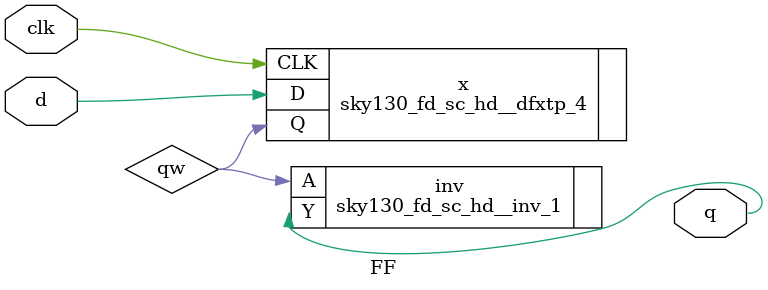
<source format=v>

module FF(input clk,input d, output q );

 sky130_fd_sc_hd__dfxtp_4 x (
    .Q(qw)  ,
    .CLK(clk),
    .D(d)
);


 sky130_fd_sc_hd__inv_1 inv(
    .Y(q),
    .A(qw)
);

endmodule



</source>
